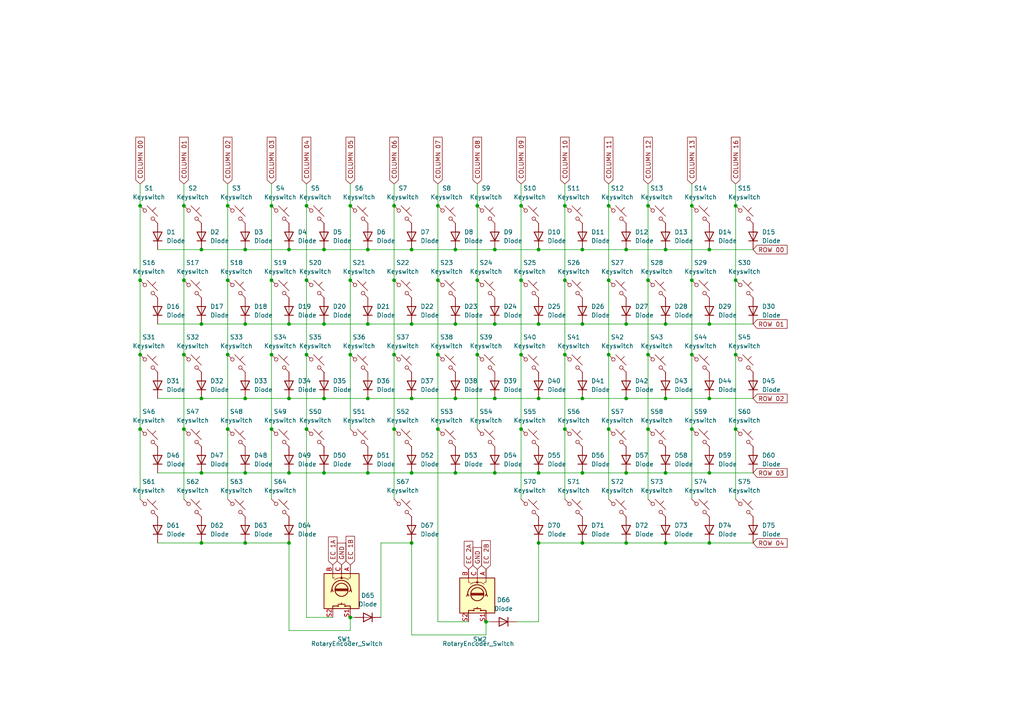
<source format=kicad_sch>
(kicad_sch (version 20230121) (generator eeschema)
  (paper "A4")
  (lib_symbols
    (symbol "Device:RotaryEncoder_Switch" (pin_names (offset 0.254) hide)
      (property "Reference" "SW" (at 0 6.604 0))
      (property "Value" "RotaryEncoder_Switch" (at 0 -6.604 0))
      (symbol "RotaryEncoder_Switch_1_1"
        (pin passive line (at -7.62 2.54 0) (length 2.54) (name "A") (number "A"))
        (pin passive line (at -7.62 -2.54 0) (length 2.54) (name "B") (number "B"))
        (pin passive line (at -7.62 0 0) (length 2.54) (name "C") (number "C"))
        (pin passive line (at 7.62 2.54 180) (length 2.54) (name "S1") (number "S1"))
        (pin passive line (at 7.62 -2.54 180) (length 2.54) (name "S2") (number "S2"))
      )
    )
    (symbol "ScottoKeebs:MCU_Raspberry_Pi_Pico"
      (property "Reference" "U" (at 0 0 0))
      (property "Value" "Raspberry_Pi_Pico" (at 0 27.94 0))
      (symbol "MCU_Raspberry_Pi_Pico_1_1"
        (pin bidirectional line (at -15.24 24.13 0) (length 2.54) (name "GPIO0") (number "1"))
        (pin bidirectional line (at -15.24 1.27 0) (length 2.54) (name "GPIO7") (number "10"))
        (pin bidirectional line (at -15.24 -1.27 0) (length 2.54) (name "GPIO8") (number "11"))
        (pin bidirectional line (at -15.24 -3.81 0) (length 2.54) (name "GPIO9") (number "12"))
        (pin power_in line (at -15.24 -6.35 0) (length 2.54) (name "GND") (number "13"))
        (pin bidirectional line (at -15.24 -8.89 0) (length 2.54) (name "GPIO10") (number "14"))
        (pin bidirectional line (at -15.24 -11.43 0) (length 2.54) (name "GPIO11") (number "15"))
        (pin bidirectional line (at -15.24 -13.97 0) (length 2.54) (name "GPIO12") (number "16"))
        (pin bidirectional line (at -15.24 -16.51 0) (length 2.54) (name "GPIO13") (number "17"))
        (pin power_in line (at -15.24 -19.05 0) (length 2.54) (name "GND") (number "18"))
        (pin bidirectional line (at -15.24 -21.59 0) (length 2.54) (name "GPIO14") (number "19"))
        (pin bidirectional line (at -15.24 21.59 0) (length 2.54) (name "GPIO1") (number "2"))
        (pin bidirectional line (at -15.24 -24.13 0) (length 2.54) (name "GPIO15") (number "20"))
        (pin bidirectional line (at 15.24 -24.13 180) (length 2.54) (name "GPIO16") (number "21"))
        (pin bidirectional line (at 15.24 -21.59 180) (length 2.54) (name "GPIO17") (number "22"))
        (pin power_in line (at 15.24 -19.05 180) (length 2.54) (name "GND") (number "23"))
        (pin bidirectional line (at 15.24 -16.51 180) (length 2.54) (name "GPIO18") (number "24"))
        (pin bidirectional line (at 15.24 -13.97 180) (length 2.54) (name "GPIO19") (number "25"))
        (pin bidirectional line (at 15.24 -11.43 180) (length 2.54) (name "GPIO20") (number "26"))
        (pin bidirectional line (at 15.24 -8.89 180) (length 2.54) (name "GPIO21") (number "27"))
        (pin power_in line (at 15.24 -6.35 180) (length 2.54) (name "GND") (number "28"))
        (pin bidirectional line (at 15.24 -3.81 180) (length 2.54) (name "GPIO22") (number "29"))
        (pin power_in line (at -15.24 19.05 0) (length 2.54) (name "GND") (number "3"))
        (pin input line (at 15.24 -1.27 180) (length 2.54) (name "RUN") (number "30"))
        (pin bidirectional line (at 15.24 1.27 180) (length 2.54) (name "GPIO26_ADC0") (number "31"))
        (pin bidirectional line (at 15.24 3.81 180) (length 2.54) (name "GPIO27_ADC1") (number "32"))
        (pin power_in line (at 15.24 6.35 180) (length 2.54) (name "AGND") (number "33"))
        (pin bidirectional line (at 15.24 8.89 180) (length 2.54) (name "GPIO28_ADC2") (number "34"))
        (pin power_in line (at 15.24 11.43 180) (length 2.54) (name "ADC_VREF") (number "35"))
        (pin power_in line (at 15.24 13.97 180) (length 2.54) (name "3V3") (number "36"))
        (pin input line (at 15.24 16.51 180) (length 2.54) (name "3V3_EN") (number "37"))
        (pin bidirectional line (at 15.24 19.05 180) (length 2.54) (name "GND") (number "38"))
        (pin power_in line (at 15.24 21.59 180) (length 2.54) (name "VSYS") (number "39"))
        (pin bidirectional line (at -15.24 16.51 0) (length 2.54) (name "GPIO2") (number "4"))
        (pin power_in line (at 15.24 24.13 180) (length 2.54) (name "VBUS") (number "40"))
        (pin input line (at -2.54 -29.21 90) (length 2.54) (name "SWCLK") (number "41"))
        (pin power_in line (at 0 -29.21 90) (length 2.54) (name "GND") (number "42"))
        (pin bidirectional line (at 2.54 -29.21 90) (length 2.54) (name "SWDIO") (number "43"))
        (pin bidirectional line (at -15.24 13.97 0) (length 2.54) (name "GPIO3") (number "5"))
        (pin bidirectional line (at -15.24 11.43 0) (length 2.54) (name "GPIO4") (number "6"))
        (pin bidirectional line (at -15.24 8.89 0) (length 2.54) (name "GPIO5") (number "7"))
        (pin power_in line (at -15.24 6.35 0) (length 2.54) (name "GND") (number "8"))
        (pin bidirectional line (at -15.24 3.81 0) (length 2.54) (name "GPIO6") (number "9"))
      )
    )
    (symbol "ScottoKeebs:OLED_128x32" (pin_names (offset 1.016))
      (property "Reference" "J" (at 0 -6.35 0))
      (property "Value" "OLED_128x32" (at 0 6.35 0))
      (symbol "OLED_128x32_1_1"
        (pin power_in line (at -2.54 -3.81 0) (length 2.54) (name "GND") (number "1"))
        (pin power_in line (at -2.54 -1.27 0) (length 2.54) (name "VCC") (number "2"))
        (pin input clock (at -2.54 1.27 0) (length 2.54) (name "SCL") (number "3"))
        (pin bidirectional line (at -2.54 3.81 0) (length 2.54) (name "SDA") (number "4"))
      )
    )
    (symbol "ScottoKeebs:Placeholder_Diode" (pin_numbers hide) (pin_names hide)
      (property "Reference" "D" (at 0 2.54 0))
      (property "Value" "Diode" (at 0 -2.54 0))
      (symbol "Placeholder_Diode_1_1"
        (pin passive line (at -3.81 0 0) (length 2.54) (name "K") (number "1"))
        (pin passive line (at 3.81 0 180) (length 2.54) (name "A") (number "2"))
      )
    )
    (symbol "ScottoKeebs:Placeholder_Keyswitch" (pin_numbers hide) (pin_names (offset 1.016) hide)
      (property "Reference" "S" (at 3.048 1.016 0))
      (property "Value" "Keyswitch" (at 0 -3.81 0))
      (symbol "Placeholder_Keyswitch_0_1"
        (pin passive line (at -2.54 2.54 0) (length 0) (name "1") (number "1"))
        (pin passive line (at 2.54 -2.54 180) (length 0) (name "2") (number "2"))
      )
    )
  )
  (junction (at 193.04 137.16))
  (junction (at 213.36 59.69))
  (junction (at 200.66 81.28))
  (junction (at 140.97 180.34))
  (junction (at 78.74 102.87))
  (junction (at 101.6 81.28))
  (junction (at 66.04 102.87))
  (junction (at 138.43 102.87))
  (junction (at 156.21 72.39))
  (junction (at 71.12 72.39))
  (junction (at 88.9 59.69))
  (junction (at 83.82 157.48))
  (junction (at 151.13 81.28))
  (junction (at 40.64 59.69))
  (junction (at 40.64 81.28))
  (junction (at 101.6 59.69))
  (junction (at 66.04 59.69))
  (junction (at 88.9 102.87))
  (junction (at 66.04 124.46))
  (junction (at 127 102.87))
  (junction (at 53.34 81.28))
  (junction (at 143.51 137.16))
  (junction (at 156.21 115.57))
  (junction (at 181.61 93.98))
  (junction (at 106.68 115.57))
  (junction (at 101.6 102.87))
  (junction (at 78.74 124.46))
  (junction (at 213.36 81.28))
  (junction (at 176.53 59.69))
  (junction (at 40.64 124.46))
  (junction (at 93.98 72.39))
  (junction (at 181.61 72.39))
  (junction (at 83.82 137.16))
  (junction (at 114.3 59.69))
  (junction (at 132.08 72.39))
  (junction (at 205.74 157.48))
  (junction (at 119.38 93.98))
  (junction (at 58.42 157.48))
  (junction (at 119.38 72.39))
  (junction (at 53.34 59.69))
  (junction (at 187.96 59.69))
  (junction (at 71.12 115.57))
  (junction (at 181.61 115.57))
  (junction (at 143.51 115.57))
  (junction (at 127 59.69))
  (junction (at 163.83 102.87))
  (junction (at 168.91 115.57))
  (junction (at 119.38 157.48))
  (junction (at 168.91 137.16))
  (junction (at 138.43 59.69))
  (junction (at 58.42 137.16))
  (junction (at 187.96 81.28))
  (junction (at 187.96 102.87))
  (junction (at 101.6 179.07))
  (junction (at 176.53 124.46))
  (junction (at 181.61 157.48))
  (junction (at 143.51 72.39))
  (junction (at 187.96 124.46))
  (junction (at 119.38 137.16))
  (junction (at 66.04 81.28))
  (junction (at 163.83 59.69))
  (junction (at 168.91 72.39))
  (junction (at 193.04 93.98))
  (junction (at 114.3 81.28))
  (junction (at 78.74 59.69))
  (junction (at 119.38 115.57))
  (junction (at 88.9 81.28))
  (junction (at 151.13 102.87))
  (junction (at 78.74 81.28))
  (junction (at 127 124.46))
  (junction (at 93.98 137.16))
  (junction (at 71.12 157.48))
  (junction (at 71.12 93.98))
  (junction (at 143.51 93.98))
  (junction (at 151.13 124.46))
  (junction (at 213.36 124.46))
  (junction (at 200.66 59.69))
  (junction (at 53.34 124.46))
  (junction (at 200.66 124.46))
  (junction (at 163.83 124.46))
  (junction (at 193.04 157.48))
  (junction (at 106.68 93.98))
  (junction (at 83.82 115.57))
  (junction (at 205.74 115.57))
  (junction (at 106.68 72.39))
  (junction (at 176.53 81.28))
  (junction (at 163.83 81.28))
  (junction (at 83.82 72.39))
  (junction (at 58.42 115.57))
  (junction (at 114.3 124.46))
  (junction (at 138.43 81.28))
  (junction (at 193.04 72.39))
  (junction (at 200.66 102.87))
  (junction (at 205.74 137.16))
  (junction (at 88.9 124.46))
  (junction (at 71.12 137.16))
  (junction (at 114.3 102.87))
  (junction (at 93.98 93.98))
  (junction (at 132.08 137.16))
  (junction (at 58.42 93.98))
  (junction (at 127 81.28))
  (junction (at 205.74 72.39))
  (junction (at 168.91 157.48))
  (junction (at 53.34 102.87))
  (junction (at 106.68 137.16))
  (junction (at 168.91 93.98))
  (junction (at 156.21 93.98))
  (junction (at 58.42 72.39))
  (junction (at 151.13 59.69))
  (junction (at 132.08 115.57))
  (junction (at 213.36 102.87))
  (junction (at 83.82 93.98))
  (junction (at 93.98 115.57))
  (junction (at 193.04 115.57))
  (junction (at 181.61 137.16))
  (junction (at 132.08 93.98))
  (junction (at 176.53 102.87))
  (junction (at 156.21 137.16))
  (junction (at 205.74 93.98))
  (junction (at 156.21 157.48))
  (junction (at 40.64 102.87))
  (wire (pts (xy 53.34 102.87) (xy 53.34 124.46)))
  (wire (pts (xy 53.34 53.34) (xy 53.34 59.69)))
  (wire (pts (xy 101.6 182.88) (xy 101.6 179.07)))
  (wire (pts (xy 110.49 157.48) (xy 119.38 157.48)))
  (wire (pts (xy 132.08 137.16) (xy 143.51 137.16)))
  (wire (pts (xy 66.04 102.87) (xy 66.04 124.46)))
  (wire (pts (xy 93.98 137.16) (xy 106.68 137.16)))
  (wire (pts (xy 200.66 53.34) (xy 200.66 59.69)))
  (wire (pts (xy 156.21 137.16) (xy 168.91 137.16)))
  (wire (pts (xy 83.82 157.48) (xy 83.82 182.88)))
  (wire (pts (xy 176.53 59.69) (xy 176.53 81.28)))
  (wire (pts (xy 45.72 93.98) (xy 58.42 93.98)))
  (wire (pts (xy 66.04 124.46) (xy 66.04 144.78)))
  (wire (pts (xy 101.6 81.28) (xy 101.6 102.87)))
  (wire (pts (xy 58.42 137.16) (xy 71.12 137.16)))
  (wire (pts (xy 127 102.87) (xy 127 124.46)))
  (wire (pts (xy 176.53 124.46) (xy 176.53 144.78)))
  (wire (pts (xy 83.82 182.88) (xy 101.6 182.88)))
  (wire (pts (xy 187.96 102.87) (xy 187.96 124.46)))
  (wire (pts (xy 193.04 115.57) (xy 205.74 115.57)))
  (wire (pts (xy 45.72 157.48) (xy 58.42 157.48)))
  (wire (pts (xy 58.42 72.39) (xy 71.12 72.39)))
  (wire (pts (xy 163.83 59.69) (xy 163.83 81.28)))
  (wire (pts (xy 114.3 59.69) (xy 114.3 81.28)))
  (wire (pts (xy 78.74 102.87) (xy 78.74 124.46)))
  (wire (pts (xy 93.98 115.57) (xy 106.68 115.57)))
  (wire (pts (xy 114.3 124.46) (xy 114.3 144.78)))
  (wire (pts (xy 40.64 53.34) (xy 40.64 59.69)))
  (wire (pts (xy 88.9 53.34) (xy 88.9 59.69)))
  (wire (pts (xy 156.21 157.48) (xy 168.91 157.48)))
  (wire (pts (xy 143.51 72.39) (xy 156.21 72.39)))
  (wire (pts (xy 181.61 137.16) (xy 193.04 137.16)))
  (wire (pts (xy 200.66 102.87) (xy 200.66 124.46)))
  (wire (pts (xy 93.98 72.39) (xy 106.68 72.39)))
  (wire (pts (xy 138.43 59.69) (xy 138.43 81.28)))
  (wire (pts (xy 71.12 137.16) (xy 83.82 137.16)))
  (wire (pts (xy 45.72 137.16) (xy 58.42 137.16)))
  (wire (pts (xy 101.6 102.87) (xy 101.6 124.46)))
  (wire (pts (xy 168.91 137.16) (xy 181.61 137.16)))
  (wire (pts (xy 106.68 115.57) (xy 119.38 115.57)))
  (wire (pts (xy 114.3 81.28) (xy 114.3 102.87)))
  (wire (pts (xy 119.38 93.98) (xy 132.08 93.98)))
  (wire (pts (xy 132.08 72.39) (xy 143.51 72.39)))
  (wire (pts (xy 83.82 93.98) (xy 93.98 93.98)))
  (wire (pts (xy 53.34 59.69) (xy 53.34 81.28)))
  (wire (pts (xy 163.83 124.46) (xy 163.83 144.78)))
  (wire (pts (xy 143.51 115.57) (xy 156.21 115.57)))
  (wire (pts (xy 200.66 124.46) (xy 200.66 144.78)))
  (wire (pts (xy 142.24 180.34) (xy 140.97 180.34)))
  (wire (pts (xy 138.43 81.28) (xy 138.43 102.87)))
  (wire (pts (xy 119.38 115.57) (xy 132.08 115.57)))
  (wire (pts (xy 119.38 137.16) (xy 132.08 137.16)))
  (wire (pts (xy 58.42 93.98) (xy 71.12 93.98)))
  (wire (pts (xy 101.6 53.34) (xy 101.6 59.69)))
  (wire (pts (xy 127 59.69) (xy 127 81.28)))
  (wire (pts (xy 88.9 179.07) (xy 88.9 124.46)))
  (wire (pts (xy 151.13 102.87) (xy 151.13 124.46)))
  (wire (pts (xy 200.66 59.69) (xy 200.66 81.28)))
  (wire (pts (xy 213.36 59.69) (xy 213.36 81.28)))
  (wire (pts (xy 205.74 137.16) (xy 218.44 137.16)))
  (wire (pts (xy 96.52 179.07) (xy 88.9 179.07)))
  (wire (pts (xy 135.89 180.34) (xy 127 180.34)))
  (wire (pts (xy 213.36 124.46) (xy 213.36 144.78)))
  (wire (pts (xy 119.38 72.39) (xy 132.08 72.39)))
  (wire (pts (xy 138.43 53.34) (xy 138.43 59.69)))
  (wire (pts (xy 181.61 157.48) (xy 193.04 157.48)))
  (wire (pts (xy 66.04 53.34) (xy 66.04 59.69)))
  (wire (pts (xy 205.74 93.98) (xy 218.44 93.98)))
  (wire (pts (xy 106.68 137.16) (xy 119.38 137.16)))
  (wire (pts (xy 143.51 137.16) (xy 156.21 137.16)))
  (wire (pts (xy 78.74 124.46) (xy 78.74 144.78)))
  (wire (pts (xy 187.96 59.69) (xy 187.96 81.28)))
  (wire (pts (xy 156.21 115.57) (xy 168.91 115.57)))
  (wire (pts (xy 213.36 81.28) (xy 213.36 102.87)))
  (wire (pts (xy 187.96 53.34) (xy 187.96 59.69)))
  (wire (pts (xy 163.83 81.28) (xy 163.83 102.87)))
  (wire (pts (xy 53.34 124.46) (xy 53.34 144.78)))
  (wire (pts (xy 143.51 93.98) (xy 156.21 93.98)))
  (wire (pts (xy 149.86 180.34) (xy 156.21 180.34)))
  (wire (pts (xy 71.12 115.57) (xy 83.82 115.57)))
  (wire (pts (xy 213.36 102.87) (xy 213.36 124.46)))
  (wire (pts (xy 83.82 72.39) (xy 93.98 72.39)))
  (wire (pts (xy 156.21 180.34) (xy 156.21 157.48)))
  (wire (pts (xy 119.38 157.48) (xy 119.38 184.15)))
  (wire (pts (xy 88.9 102.87) (xy 88.9 124.46)))
  (wire (pts (xy 127 53.34) (xy 127 59.69)))
  (wire (pts (xy 200.66 81.28) (xy 200.66 102.87)))
  (wire (pts (xy 193.04 72.39) (xy 205.74 72.39)))
  (wire (pts (xy 151.13 81.28) (xy 151.13 102.87)))
  (wire (pts (xy 176.53 53.34) (xy 176.53 59.69)))
  (wire (pts (xy 40.64 59.69) (xy 40.64 81.28)))
  (wire (pts (xy 176.53 81.28) (xy 176.53 102.87)))
  (wire (pts (xy 151.13 53.34) (xy 151.13 59.69)))
  (wire (pts (xy 205.74 72.39) (xy 218.44 72.39)))
  (wire (pts (xy 53.34 81.28) (xy 53.34 102.87)))
  (wire (pts (xy 58.42 157.48) (xy 71.12 157.48)))
  (wire (pts (xy 40.64 124.46) (xy 40.64 144.78)))
  (wire (pts (xy 156.21 93.98) (xy 168.91 93.98)))
  (wire (pts (xy 88.9 59.69) (xy 88.9 81.28)))
  (wire (pts (xy 193.04 137.16) (xy 205.74 137.16)))
  (wire (pts (xy 132.08 115.57) (xy 143.51 115.57)))
  (wire (pts (xy 127 180.34) (xy 127 124.46)))
  (wire (pts (xy 88.9 81.28) (xy 88.9 102.87)))
  (wire (pts (xy 110.49 179.07) (xy 110.49 157.48)))
  (wire (pts (xy 168.91 157.48) (xy 181.61 157.48)))
  (wire (pts (xy 71.12 157.48) (xy 83.82 157.48)))
  (wire (pts (xy 140.97 184.15) (xy 140.97 180.34)))
  (wire (pts (xy 187.96 81.28) (xy 187.96 102.87)))
  (wire (pts (xy 40.64 81.28) (xy 40.64 102.87)))
  (wire (pts (xy 114.3 53.34) (xy 114.3 59.69)))
  (wire (pts (xy 114.3 102.87) (xy 114.3 124.46)))
  (wire (pts (xy 181.61 115.57) (xy 193.04 115.57)))
  (wire (pts (xy 193.04 93.98) (xy 205.74 93.98)))
  (wire (pts (xy 168.91 115.57) (xy 181.61 115.57)))
  (wire (pts (xy 193.04 157.48) (xy 205.74 157.48)))
  (wire (pts (xy 168.91 72.39) (xy 181.61 72.39)))
  (wire (pts (xy 119.38 184.15) (xy 140.97 184.15)))
  (wire (pts (xy 205.74 115.57) (xy 218.44 115.57)))
  (wire (pts (xy 71.12 93.98) (xy 83.82 93.98)))
  (wire (pts (xy 205.74 157.48) (xy 218.44 157.48)))
  (wire (pts (xy 151.13 59.69) (xy 151.13 81.28)))
  (wire (pts (xy 187.96 124.46) (xy 187.96 144.78)))
  (wire (pts (xy 45.72 115.57) (xy 58.42 115.57)))
  (wire (pts (xy 106.68 93.98) (xy 119.38 93.98)))
  (wire (pts (xy 168.91 93.98) (xy 181.61 93.98)))
  (wire (pts (xy 102.87 179.07) (xy 101.6 179.07)))
  (wire (pts (xy 101.6 59.69) (xy 101.6 81.28)))
  (wire (pts (xy 156.21 72.39) (xy 168.91 72.39)))
  (wire (pts (xy 58.42 115.57) (xy 71.12 115.57)))
  (wire (pts (xy 45.72 72.39) (xy 58.42 72.39)))
  (wire (pts (xy 163.83 102.87) (xy 163.83 124.46)))
  (wire (pts (xy 176.53 102.87) (xy 176.53 124.46)))
  (wire (pts (xy 151.13 124.46) (xy 151.13 144.78)))
  (wire (pts (xy 83.82 115.57) (xy 93.98 115.57)))
  (wire (pts (xy 181.61 72.39) (xy 193.04 72.39)))
  (wire (pts (xy 78.74 81.28) (xy 78.74 102.87)))
  (wire (pts (xy 163.83 53.34) (xy 163.83 59.69)))
  (wire (pts (xy 132.08 93.98) (xy 143.51 93.98)))
  (wire (pts (xy 66.04 81.28) (xy 66.04 102.87)))
  (wire (pts (xy 213.36 53.34) (xy 213.36 59.69)))
  (wire (pts (xy 106.68 72.39) (xy 119.38 72.39)))
  (wire (pts (xy 78.74 59.69) (xy 78.74 81.28)))
  (wire (pts (xy 93.98 93.98) (xy 106.68 93.98)))
  (wire (pts (xy 66.04 59.69) (xy 66.04 81.28)))
  (wire (pts (xy 138.43 102.87) (xy 138.43 124.46)))
  (wire (pts (xy 78.74 53.34) (xy 78.74 59.69)))
  (wire (pts (xy 40.64 102.87) (xy 40.64 124.46)))
  (wire (pts (xy 181.61 93.98) (xy 193.04 93.98)))
  (wire (pts (xy 127 81.28) (xy 127 102.87)))
  (wire (pts (xy 71.12 72.39) (xy 83.82 72.39)))
  (wire (pts (xy 83.82 137.16) (xy 93.98 137.16)))
  (global_label "COLUMN 07" (shape input) (at 127 53.34 90) (property "Intersheetrefs" "${INTERSHEET_REFS}" (effects hide)))
  (global_label "COLUMN 16" (shape input) (at 388.62 125.73 0) (property "Intersheetrefs" "${INTERSHEET_REFS}" (effects hide)))
  (global_label "COLUMN 16" (shape input) (at 213.36 53.34 90) (property "Intersheetrefs" "${INTERSHEET_REFS}" (effects hide)))
  (global_label "ROW 02" (shape input) (at 388.62 107.95 0) (property "Intersheetrefs" "${INTERSHEET_REFS}" (effects hide)))
  (global_label "GND" (shape input) (at 358.14 90.17 180) (property "Intersheetrefs" "${INTERSHEET_REFS}" (effects hide)))
  (global_label "COLUMN 01" (shape input) (at 53.34 53.34 90) (property "Intersheetrefs" "${INTERSHEET_REFS}" (effects hide)))
  (global_label "COLUMN 08" (shape input) (at 358.14 123.19 180) (property "Intersheetrefs" "${INTERSHEET_REFS}" (effects hide)))
  (global_label "GND" (shape input) (at 358.14 59.69 180) (property "Intersheetrefs" "${INTERSHEET_REFS}" (effects hide)))
  (global_label "EC 2B" (shape input) (at 140.97 165.1 90) (property "Intersheetrefs" "${INTERSHEET_REFS}" (effects hide)))
  (global_label "COLUMN 02" (shape input) (at 66.04 53.34 90) (property "Intersheetrefs" "${INTERSHEET_REFS}" (effects hide)))
  (global_label "COLUMN 03" (shape input) (at 78.74 53.34 90) (property "Intersheetrefs" "${INTERSHEET_REFS}" (effects hide)))
  (global_label "COLUMN 06" (shape input) (at 114.3 53.34 90) (property "Intersheetrefs" "${INTERSHEET_REFS}" (effects hide)))
  (global_label "ROW 00" (shape input) (at 218.44 72.39 0) (property "Intersheetrefs" "${INTERSHEET_REFS}" (effects hide)))
  (global_label "COLUMN 00" (shape input) (at 40.64 53.34 90) (property "Intersheetrefs" "${INTERSHEET_REFS}" (effects hide)))
  (global_label "SDA" (shape input) (at 388.62 120.65 0) (property "Intersheetrefs" "${INTERSHEET_REFS}" (effects hide)))
  (global_label "COLUMN 05" (shape input) (at 358.14 113.03 180) (property "Intersheetrefs" "${INTERSHEET_REFS}" (effects hide)))
  (global_label "GND" (shape input) (at 138.43 165.1 90) (property "Intersheetrefs" "${INTERSHEET_REFS}" (effects hide)))
  (global_label "COLUMN 10" (shape input) (at 358.14 130.81 180) (property "Intersheetrefs" "${INTERSHEET_REFS}" (effects hide)))
  (global_label "ROW 01" (shape input) (at 388.62 113.03 0) (property "Intersheetrefs" "${INTERSHEET_REFS}" (effects hide)))
  (global_label "EC 2A" (shape input) (at 135.89 165.1 90) (property "Intersheetrefs" "${INTERSHEET_REFS}" (effects hide)))
  (global_label "EC 2B" (shape input) (at 358.14 95.25 180) (property "Intersheetrefs" "${INTERSHEET_REFS}" (effects hide)))
  (global_label "EC 1B" (shape input) (at 101.6 163.83 90) (property "Intersheetrefs" "${INTERSHEET_REFS}" (effects hide)))
  (global_label "COLUMN 11" (shape input) (at 176.53 53.34 90) (property "Intersheetrefs" "${INTERSHEET_REFS}" (effects hide)))
  (global_label "ROW 02" (shape input) (at 218.44 115.57 0) (property "Intersheetrefs" "${INTERSHEET_REFS}" (effects hide)))
  (global_label "COLUMN 10" (shape input) (at 163.83 53.34 90) (property "Intersheetrefs" "${INTERSHEET_REFS}" (effects hide)))
  (global_label "ROW 04" (shape input) (at 388.62 100.33 0) (property "Intersheetrefs" "${INTERSHEET_REFS}" (effects hide)))
  (global_label "COLUMN 06" (shape input) (at 358.14 118.11 180) (property "Intersheetrefs" "${INTERSHEET_REFS}" (effects hide)))
  (global_label "COLUMN 09" (shape input) (at 151.13 53.34 90) (property "Intersheetrefs" "${INTERSHEET_REFS}" (effects hide)))
  (global_label "ROW 03" (shape input) (at 218.44 137.16 0) (property "Intersheetrefs" "${INTERSHEET_REFS}" (effects hide)))
  (global_label "COLUMN 13" (shape input) (at 388.62 130.81 0) (property "Intersheetrefs" "${INTERSHEET_REFS}" (effects hide)))
  (global_label "COLUMN 05" (shape input) (at 101.6 53.34 90) (property "Intersheetrefs" "${INTERSHEET_REFS}" (effects hide)))
  (global_label "COLUMN 09" (shape input) (at 358.14 125.73 180) (property "Intersheetrefs" "${INTERSHEET_REFS}" (effects hide)))
  (global_label "COLUMN 01" (shape input) (at 358.14 100.33 180) (property "Intersheetrefs" "${INTERSHEET_REFS}" (effects hide)))
  (global_label "COLUMN 03" (shape input) (at 358.14 107.95 180) (property "Intersheetrefs" "${INTERSHEET_REFS}" (effects hide)))
  (global_label "COLUMN 11" (shape input) (at 358.14 133.35 180) (property "Intersheetrefs" "${INTERSHEET_REFS}" (effects hide)))
  (global_label "EC 2A" (shape input) (at 358.14 92.71 180) (property "Intersheetrefs" "${INTERSHEET_REFS}" (effects hide)))
  (global_label "SDA" (shape input) (at 358.14 52.07 180) (property "Intersheetrefs" "${INTERSHEET_REFS}" (effects hide)))
  (global_label "COLUMN 04" (shape input) (at 88.9 53.34 90) (property "Intersheetrefs" "${INTERSHEET_REFS}" (effects hide)))
  (global_label "COLUMN 12" (shape input) (at 388.62 133.35 0) (property "Intersheetrefs" "${INTERSHEET_REFS}" (effects hide)))
  (global_label "GND" (shape input) (at 99.06 163.83 90) (property "Intersheetrefs" "${INTERSHEET_REFS}" (effects hide)))
  (global_label "COLUMN 13" (shape input) (at 200.66 53.34 90) (property "Intersheetrefs" "${INTERSHEET_REFS}" (effects hide)))
  (global_label "COLUMN 02" (shape input) (at 358.14 105.41 180) (property "Intersheetrefs" "${INTERSHEET_REFS}" (effects hide)))
  (global_label "SCL" (shape input) (at 358.14 54.61 180) (property "Intersheetrefs" "${INTERSHEET_REFS}" (effects hide)))
  (global_label "VCC" (shape input) (at 358.14 57.15 180) (property "Intersheetrefs" "${INTERSHEET_REFS}" (effects hide)))
  (global_label "EC 1A" (shape input) (at 358.14 85.09 180) (property "Intersheetrefs" "${INTERSHEET_REFS}" (effects hide)))
  (global_label "ROW 03" (shape input) (at 388.62 105.41 0) (property "Intersheetrefs" "${INTERSHEET_REFS}" (effects hide)))
  (global_label "EC 1A" (shape input) (at 96.52 163.83 90) (property "Intersheetrefs" "${INTERSHEET_REFS}" (effects hide)))
  (global_label "COLUMN 00" (shape input) (at 358.14 97.79 180) (property "Intersheetrefs" "${INTERSHEET_REFS}" (effects hide)))
  (global_label "EC 1B" (shape input) (at 358.14 87.63 180) (property "Intersheetrefs" "${INTERSHEET_REFS}" (effects hide)))
  (global_label "COLUMN 04" (shape input) (at 358.14 110.49 180) (property "Intersheetrefs" "${INTERSHEET_REFS}" (effects hide)))
  (global_label "COLUMN 08" (shape input) (at 138.43 53.34 90) (property "Intersheetrefs" "${INTERSHEET_REFS}" (effects hide)))
  (global_label "ROW 04" (shape input) (at 218.44 157.48 0) (property "Intersheetrefs" "${INTERSHEET_REFS}" (effects hide)))
  (global_label "COLUMN 12" (shape input) (at 187.96 53.34 90) (property "Intersheetrefs" "${INTERSHEET_REFS}" (effects hide)))
  (global_label "ROW 00" (shape input) (at 388.62 123.19 0) (property "Intersheetrefs" "${INTERSHEET_REFS}" (effects hide)))
  (global_label "VCC" (shape input) (at 388.62 95.25 0) (property "Intersheetrefs" "${INTERSHEET_REFS}" (effects hide)))
  (global_label "SCL" (shape input) (at 388.62 118.11 0) (property "Intersheetrefs" "${INTERSHEET_REFS}" (effects hide)))
  (global_label "ROW 01" (shape input) (at 218.44 93.98 0) (property "Intersheetrefs" "${INTERSHEET_REFS}" (effects hide)))
  (global_label "COLUMN 07" (shape input) (at 358.14 120.65 180) (property "Intersheetrefs" "${INTERSHEET_REFS}" (effects hide)))
  (symbol (lib_id "ScottoKeebs:Placeholder_Diode") (at 71.12 111.76 90) (unit 1)
    (property "Reference" "D33" (at 73.66 110.49 90) (effects (justify right)))
    (property "Value" "Diode" (at 73.66 113.03 90) (effects (justify right)))
    (property "Footprint" "ScottoKeebs_Components:Diode_DO-35" (effects hide))
    (property "Sim.Device" "D" (effects hide))
    (property "Sim.Pins" "1=K 2=A" (effects hide))
  )
  (symbol (lib_id "ScottoKeebs:Placeholder_Keyswitch") (at 166.37 105.41 0) (unit 1)
    (property "Reference" "S41" (at 166.37 97.79 0))
    (property "Value" "Keyswitch" (at 166.37 100.33 0))
    (property "Footprint" "ScottoKeebs_Hotswap:Hotswap_MX_1.00u" (effects hide))
  )
  (symbol (lib_id "ScottoKeebs:Placeholder_Keyswitch") (at 43.18 127 0) (unit 1)
    (property "Reference" "S46" (at 43.18 119.38 0))
    (property "Value" "Keyswitch" (at 43.18 121.92 0))
    (property "Footprint" "ScottoKeebs_Hotswap:Hotswap_MX_1.00u" (effects hide))
  )
  (symbol (lib_id "ScottoKeebs:Placeholder_Diode") (at 119.38 133.35 90) (unit 1)
    (property "Reference" "D52" (at 121.92 132.08 90) (effects (justify right)))
    (property "Value" "Diode" (at 121.92 134.62 90) (effects (justify right)))
    (property "Footprint" "ScottoKeebs_Components:Diode_DO-35" (effects hide))
    (property "Sim.Device" "D" (effects hide))
    (property "Sim.Pins" "1=K 2=A" (effects hide))
  )
  (symbol (lib_id "ScottoKeebs:Placeholder_Keyswitch") (at 166.37 62.23 0) (unit 1)
    (property "Reference" "S11" (at 166.37 54.61 0))
    (property "Value" "Keyswitch" (at 166.37 57.15 0))
    (property "Footprint" "ScottoKeebs_Hotswap:Hotswap_MX_1.00u" (effects hide))
  )
  (symbol (lib_id "ScottoKeebs:Placeholder_Keyswitch") (at 140.97 105.41 0) (unit 1)
    (property "Reference" "S39" (at 140.97 97.79 0))
    (property "Value" "Keyswitch" (at 140.97 100.33 0))
    (property "Footprint" "ScottoKeebs_Hotswap:Hotswap_MX_1.00u" (effects hide))
  )
  (symbol (lib_id "ScottoKeebs:Placeholder_Keyswitch") (at 81.28 127 0) (unit 1)
    (property "Reference" "S49" (at 81.28 119.38 0))
    (property "Value" "Keyswitch" (at 81.28 121.92 0))
    (property "Footprint" "ScottoKeebs_Hotswap:Hotswap_MX_1.00u" (effects hide))
  )
  (symbol (lib_id "ScottoKeebs:Placeholder_Diode") (at 156.21 90.17 90) (unit 1)
    (property "Reference" "D25" (at 158.75 88.9 90) (effects (justify right)))
    (property "Value" "Diode" (at 158.75 91.44 90) (effects (justify right)))
    (property "Footprint" "ScottoKeebs_Components:Diode_DO-35" (effects hide))
    (property "Sim.Device" "D" (effects hide))
    (property "Sim.Pins" "1=K 2=A" (effects hide))
  )
  (symbol (lib_id "ScottoKeebs:Placeholder_Diode") (at 93.98 90.17 90) (unit 1)
    (property "Reference" "D20" (at 96.52 88.9 90) (effects (justify right)))
    (property "Value" "Diode" (at 96.52 91.44 90) (effects (justify right)))
    (property "Footprint" "ScottoKeebs_Components:Diode_DO-35" (effects hide))
    (property "Sim.Device" "D" (effects hide))
    (property "Sim.Pins" "1=K 2=A" (effects hide))
  )
  (symbol (lib_id "ScottoKeebs:OLED_128x32") (at 360.68 55.88 0) (unit 1)
    (property "Reference" "J1" (at 377.19 54.61 0) (effects (justify left)))
    (property "Value" "OLED_128x32" (at 377.19 57.15 0) (effects (justify left)))
    (property "Footprint" "ScottoKeebs_Components:OLED_128x32" (effects hide))
  )
  (symbol (lib_id "ScottoKeebs:Placeholder_Keyswitch") (at 215.9 62.23 0) (unit 1)
    (property "Reference" "S15" (at 215.9 54.61 0))
    (property "Value" "Keyswitch" (at 215.9 57.15 0))
    (property "Footprint" "ScottoKeebs_Hotswap:Hotswap_MX_1.00u" (effects hide))
  )
  (symbol (lib_id "ScottoKeebs:Placeholder_Keyswitch") (at 81.28 147.32 0) (unit 1)
    (property "Reference" "S64" (at 81.28 139.7 0))
    (property "Value" "Keyswitch" (at 81.28 142.24 0))
    (property "Footprint" "ScottoKeebs_Hotswap:Hotswap_MX_1.25u" (effects hide))
  )
  (symbol (lib_id "ScottoKeebs:Placeholder_Diode") (at 146.05 180.34 180) (unit 1)
    (property "Reference" "D66" (at 146.05 173.99 0))
    (property "Value" "Diode" (at 146.05 176.53 0))
    (property "Footprint" "ScottoKeebs_Components:Diode_DO-35" (effects hide))
    (property "Sim.Device" "D" (effects hide))
    (property "Sim.Pins" "1=K 2=A" (effects hide))
  )
  (symbol (lib_id "ScottoKeebs:Placeholder_Diode") (at 193.04 68.58 90) (unit 1)
    (property "Reference" "D13" (at 195.58 67.31 90) (effects (justify right)))
    (property "Value" "Diode" (at 195.58 69.85 90) (effects (justify right)))
    (property "Footprint" "ScottoKeebs_Components:Diode_DO-35" (effects hide))
    (property "Sim.Device" "D" (effects hide))
    (property "Sim.Pins" "1=K 2=A" (effects hide))
  )
  (symbol (lib_id "ScottoKeebs:Placeholder_Keyswitch") (at 153.67 83.82 0) (unit 1)
    (property "Reference" "S25" (at 153.67 76.2 0))
    (property "Value" "Keyswitch" (at 153.67 78.74 0))
    (property "Footprint" "ScottoKeebs_Hotswap:Hotswap_MX_1.00u" (effects hide))
  )
  (symbol (lib_id "ScottoKeebs:Placeholder_Keyswitch") (at 203.2 147.32 0) (unit 1)
    (property "Reference" "S74" (at 203.2 139.7 0))
    (property "Value" "Keyswitch" (at 203.2 142.24 0))
    (property "Footprint" "ScottoKeebs_Hotswap:Hotswap_MX_1.00u" (effects hide))
  )
  (symbol (lib_id "ScottoKeebs:Placeholder_Keyswitch") (at 68.58 147.32 0) (unit 1)
    (property "Reference" "S63" (at 68.58 139.7 0))
    (property "Value" "Keyswitch" (at 68.58 142.24 0))
    (property "Footprint" "ScottoKeebs_Hotswap:Hotswap_MX_1.25u" (effects hide))
  )
  (symbol (lib_id "ScottoKeebs:Placeholder_Keyswitch") (at 116.84 147.32 0) (unit 1)
    (property "Reference" "S67" (at 116.84 139.7 0))
    (property "Value" "Keyswitch" (at 116.84 142.24 0))
    (property "Footprint" "ScottoKeebs_Hotswap:Hotswap_MX_6.25u" (effects hide))
  )
  (symbol (lib_id "ScottoKeebs:Placeholder_Diode") (at 119.38 111.76 90) (unit 1)
    (property "Reference" "D37" (at 121.92 110.49 90) (effects (justify right)))
    (property "Value" "Diode" (at 121.92 113.03 90) (effects (justify right)))
    (property "Footprint" "ScottoKeebs_Components:Diode_DO-35" (effects hide))
    (property "Sim.Device" "D" (effects hide))
    (property "Sim.Pins" "1=K 2=A" (effects hide))
  )
  (symbol (lib_id "ScottoKeebs:Placeholder_Diode") (at 218.44 153.67 90) (unit 1)
    (property "Reference" "D75" (at 220.98 152.4 90) (effects (justify right)))
    (property "Value" "Diode" (at 220.98 154.94 90) (effects (justify right)))
    (property "Footprint" "ScottoKeebs_Components:Diode_DO-35" (effects hide))
    (property "Sim.Device" "D" (effects hide))
    (property "Sim.Pins" "1=K 2=A" (effects hide))
  )
  (symbol (lib_id "ScottoKeebs:Placeholder_Keyswitch") (at 129.54 105.41 0) (unit 1)
    (property "Reference" "S38" (at 129.54 97.79 0))
    (property "Value" "Keyswitch" (at 129.54 100.33 0))
    (property "Footprint" "ScottoKeebs_Hotswap:Hotswap_MX_1.00u" (effects hide))
  )
  (symbol (lib_id "ScottoKeebs:Placeholder_Diode") (at 168.91 111.76 90) (unit 1)
    (property "Reference" "D41" (at 171.45 110.49 90) (effects (justify right)))
    (property "Value" "Diode" (at 171.45 113.03 90) (effects (justify right)))
    (property "Footprint" "ScottoKeebs_Components:Diode_DO-35" (effects hide))
    (property "Sim.Device" "D" (effects hide))
    (property "Sim.Pins" "1=K 2=A" (effects hide))
  )
  (symbol (lib_id "ScottoKeebs:Placeholder_Keyswitch") (at 129.54 83.82 0) (unit 1)
    (property "Reference" "S23" (at 129.54 76.2 0))
    (property "Value" "Keyswitch" (at 129.54 78.74 0))
    (property "Footprint" "ScottoKeebs_Hotswap:Hotswap_MX_1.00u" (effects hide))
  )
  (symbol (lib_id "ScottoKeebs:Placeholder_Keyswitch") (at 104.14 83.82 0) (unit 1)
    (property "Reference" "S21" (at 104.14 76.2 0))
    (property "Value" "Keyswitch" (at 104.14 78.74 0))
    (property "Footprint" "ScottoKeebs_Hotswap:Hotswap_MX_1.00u" (effects hide))
  )
  (symbol (lib_id "ScottoKeebs:Placeholder_Keyswitch") (at 55.88 83.82 0) (unit 1)
    (property "Reference" "S17" (at 55.88 76.2 0))
    (property "Value" "Keyswitch" (at 55.88 78.74 0))
    (property "Footprint" "ScottoKeebs_Hotswap:Hotswap_MX_1.00u" (effects hide))
  )
  (symbol (lib_id "ScottoKeebs:Placeholder_Diode") (at 58.42 133.35 90) (unit 1)
    (property "Reference" "D47" (at 60.96 132.08 90) (effects (justify right)))
    (property "Value" "Diode" (at 60.96 134.62 90) (effects (justify right)))
    (property "Footprint" "ScottoKeebs_Components:Diode_DO-35" (effects hide))
    (property "Sim.Device" "D" (effects hide))
    (property "Sim.Pins" "1=K 2=A" (effects hide))
  )
  (symbol (lib_id "ScottoKeebs:Placeholder_Diode") (at 143.51 90.17 90) (unit 1)
    (property "Reference" "D24" (at 146.05 88.9 90) (effects (justify right)))
    (property "Value" "Diode" (at 146.05 91.44 90) (effects (justify right)))
    (property "Footprint" "ScottoKeebs_Components:Diode_DO-35" (effects hide))
    (property "Sim.Device" "D" (effects hide))
    (property "Sim.Pins" "1=K 2=A" (effects hide))
  )
  (symbol (lib_id "ScottoKeebs:Placeholder_Diode") (at 93.98 68.58 90) (unit 1)
    (property "Reference" "D5" (at 96.52 67.31 90) (effects (justify right)))
    (property "Value" "Diode" (at 96.52 69.85 90) (effects (justify right)))
    (property "Footprint" "ScottoKeebs_Components:Diode_DO-35" (effects hide))
    (property "Sim.Device" "D" (effects hide))
    (property "Sim.Pins" "1=K 2=A" (effects hide))
  )
  (symbol (lib_id "ScottoKeebs:Placeholder_Keyswitch") (at 81.28 105.41 0) (unit 1)
    (property "Reference" "S34" (at 81.28 97.79 0))
    (property "Value" "Keyswitch" (at 81.28 100.33 0))
    (property "Footprint" "ScottoKeebs_Hotswap:Hotswap_MX_1.00u" (effects hide))
  )
  (symbol (lib_id "ScottoKeebs:Placeholder_Keyswitch") (at 140.97 83.82 0) (unit 1)
    (property "Reference" "S24" (at 140.97 76.2 0))
    (property "Value" "Keyswitch" (at 140.97 78.74 0))
    (property "Footprint" "ScottoKeebs_Hotswap:Hotswap_MX_1.00u" (effects hide))
  )
  (symbol (lib_id "ScottoKeebs:MCU_Raspberry_Pi_Pico") (at 373.38 109.22 0) (unit 1)
    (property "Reference" "U1" (at 373.38 77.47 0))
    (property "Value" "Raspberry_Pi_Pico" (at 373.38 80.01 0))
    (property "Footprint" "ScottoKeebs_MCU:Raspberry_Pi_Pico" (effects hide))
  )
  (symbol (lib_id "ScottoKeebs:Placeholder_Diode") (at 106.68 68.58 90) (unit 1)
    (property "Reference" "D6" (at 109.22 67.31 90) (effects (justify right)))
    (property "Value" "Diode" (at 109.22 69.85 90) (effects (justify right)))
    (property "Footprint" "ScottoKeebs_Components:Diode_DO-35" (effects hide))
    (property "Sim.Device" "D" (effects hide))
    (property "Sim.Pins" "1=K 2=A" (effects hide))
  )
  (symbol (lib_id "ScottoKeebs:Placeholder_Keyswitch") (at 153.67 62.23 0) (unit 1)
    (property "Reference" "S10" (at 153.67 54.61 0))
    (property "Value" "Keyswitch" (at 153.67 57.15 0))
    (property "Footprint" "ScottoKeebs_Hotswap:Hotswap_MX_1.00u" (effects hide))
  )
  (symbol (lib_id "ScottoKeebs:Placeholder_Diode") (at 106.68 111.76 90) (unit 1)
    (property "Reference" "D36" (at 109.22 110.49 90) (effects (justify right)))
    (property "Value" "Diode" (at 109.22 113.03 90) (effects (justify right)))
    (property "Footprint" "ScottoKeebs_Components:Diode_DO-35" (effects hide))
    (property "Sim.Device" "D" (effects hide))
    (property "Sim.Pins" "1=K 2=A" (effects hide))
  )
  (symbol (lib_id "ScottoKeebs:Placeholder_Diode") (at 132.08 111.76 90) (unit 1)
    (property "Reference" "D38" (at 134.62 110.49 90) (effects (justify right)))
    (property "Value" "Diode" (at 134.62 113.03 90) (effects (justify right)))
    (property "Footprint" "ScottoKeebs_Components:Diode_DO-35" (effects hide))
    (property "Sim.Device" "D" (effects hide))
    (property "Sim.Pins" "1=K 2=A" (effects hide))
  )
  (symbol (lib_id "ScottoKeebs:Placeholder_Diode") (at 205.74 153.67 90) (unit 1)
    (property "Reference" "D74" (at 208.28 152.4 90) (effects (justify right)))
    (property "Value" "Diode" (at 208.28 154.94 90) (effects (justify right)))
    (property "Footprint" "ScottoKeebs_Components:Diode_DO-35" (effects hide))
    (property "Sim.Device" "D" (effects hide))
    (property "Sim.Pins" "1=K 2=A" (effects hide))
  )
  (symbol (lib_id "ScottoKeebs:Placeholder_Diode") (at 168.91 133.35 90) (unit 1)
    (property "Reference" "D56" (at 171.45 132.08 90) (effects (justify right)))
    (property "Value" "Diode" (at 171.45 134.62 90) (effects (justify right)))
    (property "Footprint" "ScottoKeebs_Components:Diode_DO-35" (effects hide))
    (property "Sim.Device" "D" (effects hide))
    (property "Sim.Pins" "1=K 2=A" (effects hide))
  )
  (symbol (lib_id "ScottoKeebs:Placeholder_Diode") (at 119.38 153.67 90) (unit 1)
    (property "Reference" "D67" (at 121.92 152.4 90) (effects (justify right)))
    (property "Value" "Diode" (at 121.92 154.94 90) (effects (justify right)))
    (property "Footprint" "ScottoKeebs_Components:Diode_DO-35" (effects hide))
    (property "Sim.Device" "D" (effects hide))
    (property "Sim.Pins" "1=K 2=A" (effects hide))
  )
  (symbol (lib_id "ScottoKeebs:Placeholder_Keyswitch") (at 153.67 105.41 0) (unit 1)
    (property "Reference" "S40" (at 153.67 97.79 0))
    (property "Value" "Keyswitch" (at 153.67 100.33 0))
    (property "Footprint" "ScottoKeebs_Hotswap:Hotswap_MX_1.00u" (effects hide))
  )
  (symbol (lib_id "ScottoKeebs:Placeholder_Diode") (at 106.68 90.17 90) (unit 1)
    (property "Reference" "D21" (at 109.22 88.9 90) (effects (justify right)))
    (property "Value" "Diode" (at 109.22 91.44 90) (effects (justify right)))
    (property "Footprint" "ScottoKeebs_Components:Diode_DO-35" (effects hide))
    (property "Sim.Device" "D" (effects hide))
    (property "Sim.Pins" "1=K 2=A" (effects hide))
  )
  (symbol (lib_id "ScottoKeebs:Placeholder_Diode") (at 168.91 153.67 90) (unit 1)
    (property "Reference" "D71" (at 171.45 152.4 90) (effects (justify right)))
    (property "Value" "Diode" (at 171.45 154.94 90) (effects (justify right)))
    (property "Footprint" "ScottoKeebs_Components:Diode_DO-35" (effects hide))
    (property "Sim.Device" "D" (effects hide))
    (property "Sim.Pins" "1=K 2=A" (effects hide))
  )
  (symbol (lib_id "ScottoKeebs:Placeholder_Keyswitch") (at 203.2 83.82 0) (unit 1)
    (property "Reference" "S29" (at 203.2 76.2 0))
    (property "Value" "Keyswitch" (at 203.2 78.74 0))
    (property "Footprint" "ScottoKeebs_Hotswap:Hotswap_MX_1.50u" (effects hide))
  )
  (symbol (lib_id "ScottoKeebs:Placeholder_Keyswitch") (at 129.54 62.23 0) (unit 1)
    (property "Reference" "S8" (at 129.54 54.61 0))
    (property "Value" "Keyswitch" (at 129.54 57.15 0))
    (property "Footprint" "ScottoKeebs_Hotswap:Hotswap_MX_1.00u" (effects hide))
  )
  (symbol (lib_id "ScottoKeebs:Placeholder_Diode") (at 205.74 111.76 90) (unit 1)
    (property "Reference" "D44" (at 208.28 110.49 90) (effects (justify right)))
    (property "Value" "Diode" (at 208.28 113.03 90) (effects (justify right)))
    (property "Footprint" "ScottoKeebs_Components:Diode_DO-35" (effects hide))
    (property "Sim.Device" "D" (effects hide))
    (property "Sim.Pins" "1=K 2=A" (effects hide))
  )
  (symbol (lib_id "ScottoKeebs:Placeholder_Diode") (at 143.51 133.35 90) (unit 1)
    (property "Reference" "D54" (at 146.05 132.08 90) (effects (justify right)))
    (property "Value" "Diode" (at 146.05 134.62 90) (effects (justify right)))
    (property "Footprint" "ScottoKeebs_Components:Diode_DO-35" (effects hide))
    (property "Sim.Device" "D" (effects hide))
    (property "Sim.Pins" "1=K 2=A" (effects hide))
  )
  (symbol (lib_id "ScottoKeebs:Placeholder_Diode") (at 168.91 68.58 90) (unit 1)
    (property "Reference" "D11" (at 171.45 67.31 90) (effects (justify right)))
    (property "Value" "Diode" (at 171.45 69.85 90) (effects (justify right)))
    (property "Footprint" "ScottoKeebs_Components:Diode_DO-35" (effects hide))
    (property "Sim.Device" "D" (effects hide))
    (property "Sim.Pins" "1=K 2=A" (effects hide))
  )
  (symbol (lib_id "ScottoKeebs:Placeholder_Diode") (at 45.72 68.58 90) (unit 1)
    (property "Reference" "D1" (at 48.26 67.31 90) (effects (justify right)))
    (property "Value" "Diode" (at 48.26 69.85 90) (effects (justify right)))
    (property "Footprint" "ScottoKeebs_Components:Diode_DO-35" (effects hide))
    (property "Sim.Device" "D" (effects hide))
    (property "Sim.Pins" "1=K 2=A" (effects hide))
  )
  (symbol (lib_id "ScottoKeebs:Placeholder_Keyswitch") (at 166.37 147.32 0) (unit 1)
    (property "Reference" "S71" (at 166.37 139.7 0))
    (property "Value" "Keyswitch" (at 166.37 142.24 0))
    (property "Footprint" "ScottoKeebs_Hotswap:Hotswap_MX_1.00u" (effects hide))
  )
  (symbol (lib_id "ScottoKeebs:Placeholder_Keyswitch") (at 91.44 83.82 0) (unit 1)
    (property "Reference" "S20" (at 91.44 76.2 0))
    (property "Value" "Keyswitch" (at 91.44 78.74 0))
    (property "Footprint" "ScottoKeebs_Hotswap:Hotswap_MX_1.00u" (effects hide))
  )
  (symbol (lib_id "ScottoKeebs:Placeholder_Keyswitch") (at 104.14 62.23 0) (unit 1)
    (property "Reference" "S6" (at 104.14 54.61 0))
    (property "Value" "Keyswitch" (at 104.14 57.15 0))
    (property "Footprint" "ScottoKeebs_Hotswap:Hotswap_MX_1.00u" (effects hide))
  )
  (symbol (lib_id "ScottoKeebs:Placeholder_Diode") (at 181.61 153.67 90) (unit 1)
    (property "Reference" "D72" (at 184.15 152.4 90) (effects (justify right)))
    (property "Value" "Diode" (at 184.15 154.94 90) (effects (justify right)))
    (property "Footprint" "ScottoKeebs_Components:Diode_DO-35" (effects hide))
    (property "Sim.Device" "D" (effects hide))
    (property "Sim.Pins" "1=K 2=A" (effects hide))
  )
  (symbol (lib_id "ScottoKeebs:Placeholder_Diode") (at 205.74 90.17 90) (unit 1)
    (property "Reference" "D29" (at 208.28 88.9 90) (effects (justify right)))
    (property "Value" "Diode" (at 208.28 91.44 90) (effects (justify right)))
    (property "Footprint" "ScottoKeebs_Components:Diode_DO-35" (effects hide))
    (property "Sim.Device" "D" (effects hide))
    (property "Sim.Pins" "1=K 2=A" (effects hide))
  )
  (symbol (lib_id "ScottoKeebs:Placeholder_Keyswitch") (at 68.58 83.82 0) (unit 1)
    (property "Reference" "S18" (at 68.58 76.2 0))
    (property "Value" "Keyswitch" (at 68.58 78.74 0))
    (property "Footprint" "ScottoKeebs_Hotswap:Hotswap_MX_1.00u" (effects hide))
  )
  (symbol (lib_id "ScottoKeebs:Placeholder_Diode") (at 205.74 133.35 90) (unit 1)
    (property "Reference" "D59" (at 208.28 132.08 90) (effects (justify right)))
    (property "Value" "Diode" (at 208.28 134.62 90) (effects (justify right)))
    (property "Footprint" "ScottoKeebs_Components:Diode_DO-35" (effects hide))
    (property "Sim.Device" "D" (effects hide))
    (property "Sim.Pins" "1=K 2=A" (effects hide))
  )
  (symbol (lib_id "ScottoKeebs:Placeholder_Diode") (at 181.61 133.35 90) (unit 1)
    (property "Reference" "D57" (at 184.15 132.08 90) (effects (justify right)))
    (property "Value" "Diode" (at 184.15 134.62 90) (effects (justify right)))
    (property "Footprint" "ScottoKeebs_Components:Diode_DO-35" (effects hide))
    (property "Sim.Device" "D" (effects hide))
    (property "Sim.Pins" "1=K 2=A" (effects hide))
  )
  (symbol (lib_id "ScottoKeebs:Placeholder_Keyswitch") (at 43.18 147.32 0) (unit 1)
    (property "Reference" "S61" (at 43.18 139.7 0))
    (property "Value" "Keyswitch" (at 43.18 142.24 0))
    (property "Footprint" "ScottoKeebs_Hotswap:Hotswap_MX_1.00u" (effects hide))
  )
  (symbol (lib_id "ScottoKeebs:Placeholder_Keyswitch") (at 166.37 83.82 0) (unit 1)
    (property "Reference" "S26" (at 166.37 76.2 0))
    (property "Value" "Keyswitch" (at 166.37 78.74 0))
    (property "Footprint" "ScottoKeebs_Hotswap:Hotswap_MX_1.00u" (effects hide))
  )
  (symbol (lib_id "ScottoKeebs:Placeholder_Keyswitch") (at 179.07 127 0) (unit 1)
    (property "Reference" "S57" (at 179.07 119.38 0))
    (property "Value" "Keyswitch" (at 179.07 121.92 0))
    (property "Footprint" "ScottoKeebs_Hotswap:Hotswap_MX_1.00u" (effects hide))
  )
  (symbol (lib_id "ScottoKeebs:Placeholder_Keyswitch") (at 190.5 105.41 0) (unit 1)
    (property "Reference" "S43" (at 190.5 97.79 0))
    (property "Value" "Keyswitch" (at 190.5 100.33 0))
    (property "Footprint" "ScottoKeebs_Hotswap:Hotswap_MX_1.00u" (effects hide))
  )
  (symbol (lib_id "ScottoKeebs:Placeholder_Keyswitch") (at 55.88 62.23 0) (unit 1)
    (property "Reference" "S2" (at 55.88 54.61 0))
    (property "Value" "Keyswitch" (at 55.88 57.15 0))
    (property "Footprint" "ScottoKeebs_Hotswap:Hotswap_MX_1.00u" (effects hide))
  )
  (symbol (lib_id "ScottoKeebs:Placeholder_Diode") (at 156.21 111.76 90) (unit 1)
    (property "Reference" "D40" (at 158.75 110.49 90) (effects (justify right)))
    (property "Value" "Diode" (at 158.75 113.03 90) (effects (justify right)))
    (property "Footprint" "ScottoKeebs_Components:Diode_DO-35" (effects hide))
    (property "Sim.Device" "D" (effects hide))
    (property "Sim.Pins" "1=K 2=A" (effects hide))
  )
  (symbol (lib_id "ScottoKeebs:Placeholder_Keyswitch") (at 190.5 83.82 0) (unit 1)
    (property "Reference" "S28" (at 190.5 76.2 0))
    (property "Value" "Keyswitch" (at 190.5 78.74 0))
    (property "Footprint" "ScottoKeebs_Hotswap:Hotswap_MX_1.00u" (effects hide))
  )
  (symbol (lib_id "ScottoKeebs:Placeholder_Diode") (at 45.72 153.67 90) (unit 1)
    (property "Reference" "D61" (at 48.26 152.4 90) (effects (justify right)))
    (property "Value" "Diode" (at 48.26 154.94 90) (effects (justify right)))
    (property "Footprint" "ScottoKeebs_Components:Diode_DO-35" (effects hide))
    (property "Sim.Device" "D" (effects hide))
    (property "Sim.Pins" "1=K 2=A" (effects hide))
  )
  (symbol (lib_id "ScottoKeebs:Placeholder_Diode") (at 83.82 111.76 90) (unit 1)
    (property "Reference" "D34" (at 86.36 110.49 90) (effects (justify right)))
    (property "Value" "Diode" (at 86.36 113.03 90) (effects (justify right)))
    (property "Footprint" "ScottoKeebs_Components:Diode_DO-35" (effects hide))
    (property "Sim.Device" "D" (effects hide))
    (property "Sim.Pins" "1=K 2=A" (effects hide))
  )
  (symbol (lib_id "ScottoKeebs:Placeholder_Diode") (at 71.12 153.67 90) (unit 1)
    (property "Reference" "D63" (at 73.66 152.4 90) (effects (justify right)))
    (property "Value" "Diode" (at 73.66 154.94 90) (effects (justify right)))
    (property "Footprint" "ScottoKeebs_Components:Diode_DO-35" (effects hide))
    (property "Sim.Device" "D" (effects hide))
    (property "Sim.Pins" "1=K 2=A" (effects hide))
  )
  (symbol (lib_id "ScottoKeebs:Placeholder_Keyswitch") (at 116.84 62.23 0) (unit 1)
    (property "Reference" "S7" (at 116.84 54.61 0))
    (property "Value" "Keyswitch" (at 116.84 57.15 0))
    (property "Footprint" "ScottoKeebs_Hotswap:Hotswap_MX_1.00u" (effects hide))
  )
  (symbol (lib_id "ScottoKeebs:Placeholder_Diode") (at 193.04 153.67 90) (unit 1)
    (property "Reference" "D73" (at 195.58 152.4 90) (effects (justify right)))
    (property "Value" "Diode" (at 195.58 154.94 90) (effects (justify right)))
    (property "Footprint" "ScottoKeebs_Components:Diode_DO-35" (effects hide))
    (property "Sim.Device" "D" (effects hide))
    (property "Sim.Pins" "1=K 2=A" (effects hide))
  )
  (symbol (lib_id "ScottoKeebs:Placeholder_Keyswitch") (at 43.18 62.23 0) (unit 1)
    (property "Reference" "S1" (at 43.18 54.61 0))
    (property "Value" "Keyswitch" (at 43.18 57.15 0))
    (property "Footprint" "ScottoKeebs_Hotswap:Hotswap_MX_1.00u" (effects hide))
  )
  (symbol (lib_id "ScottoKeebs:Placeholder_Keyswitch") (at 91.44 105.41 0) (unit 1)
    (property "Reference" "S35" (at 91.44 97.79 0))
    (property "Value" "Keyswitch" (at 91.44 100.33 0))
    (property "Footprint" "ScottoKeebs_Hotswap:Hotswap_MX_1.00u" (effects hide))
  )
  (symbol (lib_id "ScottoKeebs:Placeholder_Keyswitch") (at 215.9 147.32 0) (unit 1)
    (property "Reference" "S75" (at 215.9 139.7 0))
    (property "Value" "Keyswitch" (at 215.9 142.24 0))
    (property "Footprint" "ScottoKeebs_Hotswap:Hotswap_MX_1.00u" (effects hide))
  )
  (symbol (lib_id "ScottoKeebs:Placeholder_Diode") (at 168.91 90.17 90) (unit 1)
    (property "Reference" "D26" (at 171.45 88.9 90) (effects (justify right)))
    (property "Value" "Diode" (at 171.45 91.44 90) (effects (justify right)))
    (property "Footprint" "ScottoKeebs_Components:Diode_DO-35" (effects hide))
    (property "Sim.Device" "D" (effects hide))
    (property "Sim.Pins" "1=K 2=A" (effects hide))
  )
  (symbol (lib_id "ScottoKeebs:Placeholder_Keyswitch") (at 140.97 127 0) (unit 1)
    (property "Reference" "S54" (at 140.97 119.38 0))
    (property "Value" "Keyswitch" (at 140.97 121.92 0))
    (property "Footprint" "ScottoKeebs_Hotswap:Hotswap_MX_1.00u" (effects hide))
  )
  (symbol (lib_id "ScottoKeebs:Placeholder_Diode") (at 45.72 90.17 90) (unit 1)
    (property "Reference" "D16" (at 48.26 88.9 90) (effects (justify right)))
    (property "Value" "Diode" (at 48.26 91.44 90) (effects (justify right)))
    (property "Footprint" "ScottoKeebs_Components:Diode_DO-35" (effects hide))
    (property "Sim.Device" "D" (effects hide))
    (property "Sim.Pins" "1=K 2=A" (effects hide))
  )
  (symbol (lib_id "ScottoKeebs:Placeholder_Diode") (at 58.42 90.17 90) (unit 1)
    (property "Reference" "D17" (at 60.96 88.9 90) (effects (justify right)))
    (property "Value" "Diode" (at 60.96 91.44 90) (effects (justify right)))
    (property "Footprint" "ScottoKeebs_Components:Diode_DO-35" (effects hide))
    (property "Sim.Device" "D" (effects hide))
    (property "Sim.Pins" "1=K 2=A" (effects hide))
  )
  (symbol (lib_id "ScottoKeebs:Placeholder_Keyswitch") (at 140.97 62.23 0) (unit 1)
    (property "Reference" "S9" (at 140.97 54.61 0))
    (property "Value" "Keyswitch" (at 140.97 57.15 0))
    (property "Footprint" "ScottoKeebs_Hotswap:Hotswap_MX_1.00u" (effects hide))
  )
  (symbol (lib_id "ScottoKeebs:Placeholder_Diode") (at 83.82 133.35 90) (unit 1)
    (property "Reference" "D49" (at 86.36 132.08 90) (effects (justify right)))
    (property "Value" "Diode" (at 86.36 134.62 90) (effects (justify right)))
    (property "Footprint" "ScottoKeebs_Components:Diode_DO-35" (effects hide))
    (property "Sim.Device" "D" (effects hide))
    (property "Sim.Pins" "1=K 2=A" (effects hide))
  )
  (symbol (lib_id "ScottoKeebs:Placeholder_Keyswitch") (at 179.07 62.23 0) (unit 1)
    (property "Reference" "S12" (at 179.07 54.61 0))
    (property "Value" "Keyswitch" (at 179.07 57.15 0))
    (property "Footprint" "ScottoKeebs_Hotswap:Hotswap_MX_1.00u" (effects hide))
  )
  (symbol (lib_id "ScottoKeebs:Placeholder_Keyswitch") (at 203.2 105.41 0) (unit 1)
    (property "Reference" "S44" (at 203.2 97.79 0))
    (property "Value" "Keyswitch" (at 203.2 100.33 0))
    (property "Footprint" "ScottoKeebs_Hotswap:Hotswap_MX_2.25u" (effects hide))
  )
  (symbol (lib_id "ScottoKeebs:Placeholder_Keyswitch") (at 68.58 105.41 0) (unit 1)
    (property "Reference" "S33" (at 68.58 97.79 0))
    (property "Value" "Keyswitch" (at 68.58 100.33 0))
    (property "Footprint" "ScottoKeebs_Hotswap:Hotswap_MX_1.00u" (effects hide))
  )
  (symbol (lib_id "ScottoKeebs:Placeholder_Keyswitch") (at 190.5 147.32 0) (unit 1)
    (property "Reference" "S73" (at 190.5 139.7 0))
    (property "Value" "Keyswitch" (at 190.5 142.24 0))
    (property "Footprint" "ScottoKeebs_Hotswap:Hotswap_MX_1.00u" (effects hide))
  )
  (symbol (lib_id "ScottoKeebs:Placeholder_Diode") (at 156.21 133.35 90) (unit 1)
    (property "Reference" "D55" (at 158.75 132.08 90) (effects (justify right)))
    (property "Value" "Diode" (at 158.75 134.62 90) (effects (justify right)))
    (property "Footprint" "ScottoKeebs_Components:Diode_DO-35" (effects hide))
    (property "Sim.Device" "D" (effects hide))
    (property "Sim.Pins" "1=K 2=A" (effects hide))
  )
  (symbol (lib_id "Device:RotaryEncoder_Switch") (at 138.43 172.72 270) (unit 1)
    (property "Reference" "SW2" (at 137.16 185.42 90) (effects (justify left)))
    (property "Value" "RotaryEncoder_Switch" (at 128.27 186.69 90) (effects (justify left)))
    (property "Footprint" "Rotary_Encoder:RotaryEncoder_Alps_EC11E-Switch_Vertical_H20mm" (effects hide))
  )
  (symbol (lib_id "ScottoKeebs:Placeholder_Diode") (at 58.42 111.76 90) (unit 1)
    (property "Reference" "D32" (at 60.96 110.49 90) (effects (justify right)))
    (property "Value" "Diode" (at 60.96 113.03 90) (effects (justify right)))
    (property "Footprint" "ScottoKeebs_Components:Diode_DO-35" (effects hide))
    (property "Sim.Device" "D" (effects hide))
    (property "Sim.Pins" "1=K 2=A" (effects hide))
  )
  (symbol (lib_id "ScottoKeebs:Placeholder_Keyswitch") (at 68.58 62.23 0) (unit 1)
    (property "Reference" "S3" (at 68.58 54.61 0))
    (property "Value" "Keyswitch" (at 68.58 57.15 0))
    (property "Footprint" "ScottoKeebs_Hotswap:Hotswap_MX_1.00u" (effects hide))
  )
  (symbol (lib_id "ScottoKeebs:Placeholder_Diode") (at 71.12 90.17 90) (unit 1)
    (property "Reference" "D18" (at 73.66 88.9 90) (effects (justify right)))
    (property "Value" "Diode" (at 73.66 91.44 90) (effects (justify right)))
    (property "Footprint" "ScottoKeebs_Components:Diode_DO-35" (effects hide))
    (property "Sim.Device" "D" (effects hide))
    (property "Sim.Pins" "1=K 2=A" (effects hide))
  )
  (symbol (lib_id "ScottoKeebs:Placeholder_Diode") (at 143.51 68.58 90) (unit 1)
    (property "Reference" "D9" (at 146.05 67.31 90) (effects (justify right)))
    (property "Value" "Diode" (at 146.05 69.85 90) (effects (justify right)))
    (property "Footprint" "ScottoKeebs_Components:Diode_DO-35" (effects hide))
    (property "Sim.Device" "D" (effects hide))
    (property "Sim.Pins" "1=K 2=A" (effects hide))
  )
  (symbol (lib_id "ScottoKeebs:Placeholder_Diode") (at 58.42 153.67 90) (unit 1)
    (property "Reference" "D62" (at 60.96 152.4 90) (effects (justify right)))
    (property "Value" "Diode" (at 60.96 154.94 90) (effects (justify right)))
    (property "Footprint" "ScottoKeebs_Components:Diode_DO-35" (effects hide))
    (property "Sim.Device" "D" (effects hide))
    (property "Sim.Pins" "1=K 2=A" (effects hide))
  )
  (symbol (lib_id "ScottoKeebs:Placeholder_Diode") (at 45.72 133.35 90) (unit 1)
    (property "Reference" "D46" (at 48.26 132.08 90) (effects (justify right)))
    (property "Value" "Diode" (at 48.26 134.62 90) (effects (justify right)))
    (property "Footprint" "ScottoKeebs_Components:Diode_DO-35" (effects hide))
    (property "Sim.Device" "D" (effects hide))
    (property "Sim.Pins" "1=K 2=A" (effects hide))
  )
  (symbol (lib_id "ScottoKeebs:Placeholder_Keyswitch") (at 104.14 127 0) (unit 1)
    (property "Reference" "S51" (at 104.14 119.38 0))
    (property "Value" "Keyswitch" (at 104.14 121.92 0))
    (property "Footprint" "ScottoKeebs_Hotswap:Hotswap_MX_1.00u" (effects hide))
  )
  (symbol (lib_id "ScottoKeebs:Placeholder_Keyswitch") (at 153.67 147.32 0) (unit 1)
    (property "Reference" "S70" (at 153.67 139.7 0))
    (property "Value" "Keyswitch" (at 153.67 142.24 0))
    (property "Footprint" "ScottoKeebs_Hotswap:Hotswap_MX_1.00u" (effects hide))
  )
  (symbol (lib_id "ScottoKeebs:Placeholder_Keyswitch") (at 91.44 127 0) (unit 1)
    (property "Reference" "S50" (at 91.44 119.38 0))
    (property "Value" "Keyswitch" (at 91.44 121.92 0))
    (property "Footprint" "ScottoKeebs_Hotswap:Hotswap_MX_1.00u" (effects hide))
  )
  (symbol (lib_id "ScottoKeebs:Placeholder_Diode") (at 83.82 68.58 90) (unit 1)
    (property "Reference" "D4" (at 86.36 67.31 90) (effects (justify right)))
    (property "Value" "Diode" (at 86.36 69.85 90) (effects (justify right)))
    (property "Footprint" "ScottoKeebs_Components:Diode_DO-35" (effects hide))
    (property "Sim.Device" "D" (effects hide))
    (property "Sim.Pins" "1=K 2=A" (effects hide))
  )
  (symbol (lib_id "ScottoKeebs:Placeholder_Keyswitch") (at 43.18 105.41 0) (unit 1)
    (property "Reference" "S31" (at 43.18 97.79 0))
    (property "Value" "Keyswitch" (at 43.18 100.33 0))
    (property "Footprint" "ScottoKeebs_Hotswap:Hotswap_MX_1.00u" (effects hide))
  )
  (symbol (lib_id "ScottoKeebs:Placeholder_Keyswitch") (at 190.5 62.23 0) (unit 1)
    (property "Reference" "S13" (at 190.5 54.61 0))
    (property "Value" "Keyswitch" (at 190.5 57.15 0))
    (property "Footprint" "ScottoKeebs_Hotswap:Hotswap_MX_1.00u" (effects hide))
  )
  (symbol (lib_id "ScottoKeebs:Placeholder_Diode") (at 93.98 133.35 90) (unit 1)
    (property "Reference" "D50" (at 96.52 132.08 90) (effects (justify right)))
    (property "Value" "Diode" (at 96.52 134.62 90) (effects (justify right)))
    (property "Footprint" "ScottoKeebs_Components:Diode_DO-35" (effects hide))
    (property "Sim.Device" "D" (effects hide))
    (property "Sim.Pins" "1=K 2=A" (effects hide))
  )
  (symbol (lib_id "ScottoKeebs:Placeholder_Diode") (at 119.38 68.58 90) (unit 1)
    (property "Reference" "D7" (at 121.92 67.31 90) (effects (justify right)))
    (property "Value" "Diode" (at 121.92 69.85 90) (effects (justify right)))
    (property "Footprint" "ScottoKeebs_Components:Diode_DO-35" (effects hide))
    (property "Sim.Device" "D" (effects hide))
    (property "Sim.Pins" "1=K 2=A" (effects hide))
  )
  (symbol (lib_id "ScottoKeebs:Placeholder_Diode") (at 193.04 133.35 90) (unit 1)
    (property "Reference" "D58" (at 195.58 132.08 90) (effects (justify right)))
    (property "Value" "Diode" (at 195.58 134.62 90) (effects (justify right)))
    (property "Footprint" "ScottoKeebs_Components:Diode_DO-35" (effects hide))
    (property "Sim.Device" "D" (effects hide))
    (property "Sim.Pins" "1=K 2=A" (effects hide))
  )
  (symbol (lib_id "ScottoKeebs:Placeholder_Keyswitch") (at 68.58 127 0) (unit 1)
    (property "Reference" "S48" (at 68.58 119.38 0))
    (property "Value" "Keyswitch" (at 68.58 121.92 0))
    (property "Footprint" "ScottoKeebs_Hotswap:Hotswap_MX_1.00u" (effects hide))
  )
  (symbol (lib_id "ScottoKeebs:Placeholder_Keyswitch") (at 81.28 62.23 0) (unit 1)
    (property "Reference" "S4" (at 81.28 54.61 0))
    (property "Value" "Keyswitch" (at 81.28 57.15 0))
    (property "Footprint" "ScottoKeebs_Hotswap:Hotswap_MX_1.00u" (effects hide))
  )
  (symbol (lib_id "ScottoKeebs:Placeholder_Diode") (at 181.61 111.76 90) (unit 1)
    (property "Reference" "D42" (at 184.15 110.49 90) (effects (justify right)))
    (property "Value" "Diode" (at 184.15 113.03 90) (effects (justify right)))
    (property "Footprint" "ScottoKeebs_Components:Diode_DO-35" (effects hide))
    (property "Sim.Device" "D" (effects hide))
    (property "Sim.Pins" "1=K 2=A" (effects hide))
  )
  (symbol (lib_id "ScottoKeebs:Placeholder_Keyswitch") (at 166.37 127 0) (unit 1)
    (property "Reference" "S56" (at 166.37 119.38 0))
    (property "Value" "Keyswitch" (at 166.37 121.92 0))
    (property "Footprint" "ScottoKeebs_Hotswap:Hotswap_MX_1.00u" (effects hide))
  )
  (symbol (lib_id "ScottoKeebs:Placeholder_Diode") (at 218.44 133.35 90) (unit 1)
    (property "Reference" "D60" (at 220.98 132.08 90) (effects (justify right)))
    (property "Value" "Diode" (at 220.98 134.62 90) (effects (justify right)))
    (property "Footprint" "ScottoKeebs_Components:Diode_DO-35" (effects hide))
    (property "Sim.Device" "D" (effects hide))
    (property "Sim.Pins" "1=K 2=A" (effects hide))
  )
  (symbol (lib_id "ScottoKeebs:Placeholder_Diode") (at 71.12 68.58 90) (unit 1)
    (property "Reference" "D3" (at 73.66 67.31 90) (effects (justify right)))
    (property "Value" "Diode" (at 73.66 69.85 90) (effects (justify right)))
    (property "Footprint" "ScottoKeebs_Components:Diode_DO-35" (effects hide))
    (property "Sim.Device" "D" (effects hide))
    (property "Sim.Pins" "1=K 2=A" (effects hide))
  )
  (symbol (lib_id "ScottoKeebs:Placeholder_Keyswitch") (at 215.9 83.82 0) (unit 1)
    (property "Reference" "S30" (at 215.9 76.2 0))
    (property "Value" "Keyswitch" (at 215.9 78.74 0))
    (property "Footprint" "ScottoKeebs_Hotswap:Hotswap_MX_1.00u" (effects hide))
  )
  (symbol (lib_id "ScottoKeebs:Placeholder_Diode") (at 71.12 133.35 90) (unit 1)
    (property "Reference" "D48" (at 73.66 132.08 90) (effects (justify right)))
    (property "Value" "Diode" (at 73.66 134.62 90) (effects (justify right)))
    (property "Footprint" "ScottoKeebs_Components:Diode_DO-35" (effects hide))
    (property "Sim.Device" "D" (effects hide))
    (property "Sim.Pins" "1=K 2=A" (effects hide))
  )
  (symbol (lib_id "ScottoKeebs:Placeholder_Diode") (at 132.08 133.35 90) (unit 1)
    (property "Reference" "D53" (at 134.62 132.08 90) (effects (justify right)))
    (property "Value" "Diode" (at 134.62 134.62 90) (effects (justify right)))
    (property "Footprint" "ScottoKeebs_Components:Diode_DO-35" (effects hide))
    (property "Sim.Device" "D" (effects hide))
    (property "Sim.Pins" "1=K 2=A" (effects hide))
  )
  (symbol (lib_id "ScottoKeebs:Placeholder_Diode") (at 193.04 90.17 90) (unit 1)
    (property "Reference" "D28" (at 195.58 88.9 90) (effects (justify right)))
    (property "Value" "Diode" (at 195.58 91.44 90) (effects (justify right)))
    (property "Footprint" "ScottoKeebs_Components:Diode_DO-35" (effects hide))
    (property "Sim.Device" "D" (effects hide))
    (property "Sim.Pins" "1=K 2=A" (effects hide))
  )
  (symbol (lib_id "Device:RotaryEncoder_Switch") (at 99.06 171.45 270) (unit 1)
    (property "Reference" "SW1" (at 97.79 185.42 90) (effects (justify left)))
    (property "Value" "RotaryEncoder_Switch" (at 90.17 186.69 90) (effects (justify left)))
    (property "Footprint" "Rotary_Encoder:RotaryEncoder_Alps_EC11E-Switch_Vertical_H20mm" (effects hide))
  )
  (symbol (lib_id "ScottoKeebs:Placeholder_Keyswitch") (at 179.07 105.41 0) (unit 1)
    (property "Reference" "S42" (at 179.07 97.79 0))
    (property "Value" "Keyswitch" (at 179.07 100.33 0))
    (property "Footprint" "ScottoKeebs_Hotswap:Hotswap_MX_1.00u" (effects hide))
  )
  (symbol (lib_id "ScottoKeebs:Placeholder_Diode") (at 193.04 111.76 90) (unit 1)
    (property "Reference" "D43" (at 195.58 110.49 90) (effects (justify right)))
    (property "Value" "Diode" (at 195.58 113.03 90) (effects (justify right)))
    (property "Footprint" "ScottoKeebs_Components:Diode_DO-35" (effects hide))
    (property "Sim.Device" "D" (effects hide))
    (property "Sim.Pins" "1=K 2=A" (effects hide))
  )
  (symbol (lib_id "ScottoKeebs:Placeholder_Keyswitch") (at 81.28 83.82 0) (unit 1)
    (property "Reference" "S19" (at 81.28 76.2 0))
    (property "Value" "Keyswitch" (at 81.28 78.74 0))
    (property "Footprint" "ScottoKeebs_Hotswap:Hotswap_MX_1.00u" (effects hide))
  )
  (symbol (lib_id "ScottoKeebs:Placeholder_Keyswitch") (at 215.9 105.41 0) (unit 1)
    (property "Reference" "S45" (at 215.9 97.79 0))
    (property "Value" "Keyswitch" (at 215.9 100.33 0))
    (property "Footprint" "ScottoKeebs_Hotswap:Hotswap_MX_1.00u" (effects hide))
  )
  (symbol (lib_id "ScottoKeebs:Placeholder_Keyswitch") (at 55.88 147.32 0) (unit 1)
    (property "Reference" "S62" (at 55.88 139.7 0))
    (property "Value" "Keyswitch" (at 55.88 142.24 0))
    (property "Footprint" "ScottoKeebs_Hotswap:Hotswap_MX_1.25u" (effects hide))
  )
  (symbol (lib_id "ScottoKeebs:Placeholder_Keyswitch") (at 91.44 62.23 0) (unit 1)
    (property "Reference" "S5" (at 91.44 54.61 0))
    (property "Value" "Keyswitch" (at 91.44 57.15 0))
    (property "Footprint" "ScottoKeebs_Hotswap:Hotswap_MX_1.00u" (effects hide))
  )
  (symbol (lib_id "ScottoKeebs:Placeholder_Diode") (at 218.44 111.76 90) (unit 1)
    (property "Reference" "D45" (at 220.98 110.49 90) (effects (justify right)))
    (property "Value" "Diode" (at 220.98 113.03 90) (effects (justify right)))
    (property "Footprint" "ScottoKeebs_Components:Diode_DO-35" (effects hide))
    (property "Sim.Device" "D" (effects hide))
    (property "Sim.Pins" "1=K 2=A" (effects hide))
  )
  (symbol (lib_id "ScottoKeebs:Placeholder_Diode") (at 119.38 90.17 90) (unit 1)
    (property "Reference" "D22" (at 121.92 88.9 90) (effects (justify right)))
    (property "Value" "Diode" (at 121.92 91.44 90) (effects (justify right)))
    (property "Footprint" "ScottoKeebs_Components:Diode_DO-35" (effects hide))
    (property "Sim.Device" "D" (effects hide))
    (property "Sim.Pins" "1=K 2=A" (effects hide))
  )
  (symbol (lib_id "ScottoKeebs:Placeholder_Keyswitch") (at 129.54 127 0) (unit 1)
    (property "Reference" "S53" (at 129.54 119.38 0))
    (property "Value" "Keyswitch" (at 129.54 121.92 0))
    (property "Footprint" "ScottoKeebs_Hotswap:Hotswap_MX_1.00u" (effects hide))
  )
  (symbol (lib_id "ScottoKeebs:Placeholder_Diode") (at 132.08 90.17 90) (unit 1)
    (property "Reference" "D23" (at 134.62 88.9 90) (effects (justify right)))
    (property "Value" "Diode" (at 134.62 91.44 90) (effects (justify right)))
    (property "Footprint" "ScottoKeebs_Components:Diode_DO-35" (effects hide))
    (property "Sim.Device" "D" (effects hide))
    (property "Sim.Pins" "1=K 2=A" (effects hide))
  )
  (symbol (lib_id "ScottoKeebs:Placeholder_Diode") (at 143.51 111.76 90) (unit 1)
    (property "Reference" "D39" (at 146.05 110.49 90) (effects (justify right)))
    (property "Value" "Diode" (at 146.05 113.03 90) (effects (justify right)))
    (property "Footprint" "ScottoKeebs_Components:Diode_DO-35" (effects hide))
    (property "Sim.Device" "D" (effects hide))
    (property "Sim.Pins" "1=K 2=A" (effects hide))
  )
  (symbol (lib_id "ScottoKeebs:Placeholder_Keyswitch") (at 43.18 83.82 0) (unit 1)
    (property "Reference" "S16" (at 43.18 76.2 0))
    (property "Value" "Keyswitch" (at 43.18 78.74 0))
    (property "Footprint" "ScottoKeebs_Hotswap:Hotswap_MX_1.50u" (effects hide))
  )
  (symbol (lib_id "ScottoKeebs:Placeholder_Keyswitch") (at 116.84 127 0) (unit 1)
    (property "Reference" "S52" (at 116.84 119.38 0))
    (property "Value" "Keyswitch" (at 116.84 121.92 0))
    (property "Footprint" "ScottoKeebs_Hotswap:Hotswap_MX_1.00u" (effects hide))
  )
  (symbol (lib_id "ScottoKeebs:Placeholder_Diode") (at 58.42 68.58 90) (unit 1)
    (property "Reference" "D2" (at 60.96 67.31 90) (effects (justify right)))
    (property "Value" "Diode" (at 60.96 69.85 90) (effects (justify right)))
    (property "Footprint" "ScottoKeebs_Components:Diode_DO-35" (effects hide))
    (property "Sim.Device" "D" (effects hide))
    (property "Sim.Pins" "1=K 2=A" (effects hide))
  )
  (symbol (lib_id "ScottoKeebs:Placeholder_Diode") (at 156.21 153.67 90) (unit 1)
    (property "Reference" "D70" (at 158.75 152.4 90) (effects (justify right)))
    (property "Value" "Diode" (at 158.75 154.94 90) (effects (justify right)))
    (property "Footprint" "ScottoKeebs_Components:Diode_DO-35" (effects hide))
    (property "Sim.Device" "D" (effects hide))
    (property "Sim.Pins" "1=K 2=A" (effects hide))
  )
  (symbol (lib_id "ScottoKeebs:Placeholder_Diode") (at 205.74 68.58 90) (unit 1)
    (property "Reference" "D14" (at 208.28 67.31 90) (effects (justify right)))
    (property "Value" "Diode" (at 208.28 69.85 90) (effects (justify right)))
    (property "Footprint" "ScottoKeebs_Components:Diode_DO-35" (effects hide))
    (property "Sim.Device" "D" (effects hide))
    (property "Sim.Pins" "1=K 2=A" (effects hide))
  )
  (symbol (lib_id "ScottoKeebs:Placeholder_Diode") (at 93.98 111.76 90) (unit 1)
    (property "Reference" "D35" (at 96.52 110.49 90) (effects (justify right)))
    (property "Value" "Diode" (at 96.52 113.03 90) (effects (justify right)))
    (property "Footprint" "ScottoKeebs_Components:Diode_DO-35" (effects hide))
    (property "Sim.Device" "D" (effects hide))
    (property "Sim.Pins" "1=K 2=A" (effects hide))
  )
  (symbol (lib_id "ScottoKeebs:Placeholder_Keyswitch") (at 55.88 127 0) (unit 1)
    (property "Reference" "S47" (at 55.88 119.38 0))
    (property "Value" "Keyswitch" (at 55.88 121.92 0))
    (property "Footprint" "ScottoKeebs_Hotswap:Hotswap_MX_2.25u" (effects hide))
  )
  (symbol (lib_id "ScottoKeebs:Placeholder_Diode") (at 106.68 179.07 180) (unit 1)
    (property "Reference" "D65" (at 106.68 172.72 0))
    (property "Value" "Diode" (at 106.68 175.26 0))
    (property "Footprint" "ScottoKeebs_Components:Diode_DO-35" (effects hide))
    (property "Sim.Device" "D" (effects hide))
    (property "Sim.Pins" "1=K 2=A" (effects hide))
  )
  (symbol (lib_id "ScottoKeebs:Placeholder_Diode") (at 218.44 68.58 90) (unit 1)
    (property "Reference" "D15" (at 220.98 67.31 90) (effects (justify right)))
    (property "Value" "Diode" (at 220.98 69.85 90) (effects (justify right)))
    (property "Footprint" "ScottoKeebs_Components:Diode_DO-35" (effects hide))
    (property "Sim.Device" "D" (effects hide))
    (property "Sim.Pins" "1=K 2=A" (effects hide))
  )
  (symbol (lib_id "ScottoKeebs:Placeholder_Keyswitch") (at 104.14 105.41 0) (unit 1)
    (property "Reference" "S36" (at 104.14 97.79 0))
    (property "Value" "Keyswitch" (at 104.14 100.33 0))
    (property "Footprint" "ScottoKeebs_Hotswap:Hotswap_MX_1.00u" (effects hide))
  )
  (symbol (lib_id "ScottoKeebs:Placeholder_Keyswitch") (at 116.84 83.82 0) (unit 1)
    (property "Reference" "S22" (at 116.84 76.2 0))
    (property "Value" "Keyswitch" (at 116.84 78.74 0))
    (property "Footprint" "ScottoKeebs_Hotswap:Hotswap_MX_1.00u" (effects hide))
  )
  (symbol (lib_id "ScottoKeebs:Placeholder_Diode") (at 181.61 68.58 90) (unit 1)
    (property "Reference" "D12" (at 184.15 67.31 90) (effects (justify right)))
    (property "Value" "Diode" (at 184.15 69.85 90) (effects (justify right)))
    (property "Footprint" "ScottoKeebs_Components:Diode_DO-35" (effects hide))
    (property "Sim.Device" "D" (effects hide))
    (property "Sim.Pins" "1=K 2=A" (effects hide))
  )
  (symbol (lib_id "ScottoKeebs:Placeholder_Keyswitch") (at 190.5 127 0) (unit 1)
    (property "Reference" "S58" (at 190.5 119.38 0))
    (property "Value" "Keyswitch" (at 190.5 121.92 0))
    (property "Footprint" "ScottoKeebs_Hotswap:Hotswap_MX_1.75u" (effects hide))
  )
  (symbol (lib_id "ScottoKeebs:Placeholder_Keyswitch") (at 203.2 127 0) (unit 1)
    (property "Reference" "S59" (at 203.2 119.38 0))
    (property "Value" "Keyswitch" (at 203.2 121.92 0))
    (property "Footprint" "ScottoKeebs_Hotswap:Hotswap_MX_1.00u" (effects hide))
  )
  (symbol (lib_id "ScottoKeebs:Placeholder_Diode") (at 132.08 68.58 90) (unit 1)
    (property "Reference" "D8" (at 134.62 67.31 90) (effects (justify right)))
    (property "Value" "Diode" (at 134.62 69.85 90) (effects (justify right)))
    (property "Footprint" "ScottoKeebs_Components:Diode_DO-35" (effects hide))
    (property "Sim.Device" "D" (effects hide))
    (property "Sim.Pins" "1=K 2=A" (effects hide))
  )
  (symbol (lib_id "ScottoKeebs:Placeholder_Diode") (at 156.21 68.58 90) (unit 1)
    (property "Reference" "D10" (at 158.75 67.31 90) (effects (justify right)))
    (property "Value" "Diode" (at 158.75 69.85 90) (effects (justify right)))
    (property "Footprint" "ScottoKeebs_Components:Diode_DO-35" (effects hide))
    (property "Sim.Device" "D" (effects hide))
    (property "Sim.Pins" "1=K 2=A" (effects hide))
  )
  (symbol (lib_id "ScottoKeebs:Placeholder_Diode") (at 181.61 90.17 90) (unit 1)
    (property "Reference" "D27" (at 184.15 88.9 90) (effects (justify right)))
    (property "Value" "Diode" (at 184.15 91.44 90) (effects (justify right)))
    (property "Footprint" "ScottoKeebs_Components:Diode_DO-35" (effects hide))
    (property "Sim.Device" "D" (effects hide))
    (property "Sim.Pins" "1=K 2=A" (effects hide))
  )
  (symbol (lib_id "ScottoKeebs:Placeholder_Keyswitch") (at 116.84 105.41 0) (unit 1)
    (property "Reference" "S37" (at 116.84 97.79 0))
    (property "Value" "Keyswitch" (at 116.84 100.33 0))
    (property "Footprint" "ScottoKeebs_Hotswap:Hotswap_MX_1.00u" (effects hide))
  )
  (symbol (lib_id "ScottoKeebs:Placeholder_Diode") (at 106.68 133.35 90) (unit 1)
    (property "Reference" "D51" (at 109.22 132.08 90) (effects (justify right)))
    (property "Value" "Diode" (at 109.22 134.62 90) (effects (justify right)))
    (property "Footprint" "ScottoKeebs_Components:Diode_DO-35" (effects hide))
    (property "Sim.Device" "D" (effects hide))
    (property "Sim.Pins" "1=K 2=A" (effects hide))
  )
  (symbol (lib_id "ScottoKeebs:Placeholder_Keyswitch") (at 179.07 83.82 0) (unit 1)
    (property "Reference" "S27" (at 179.07 76.2 0))
    (property "Value" "Keyswitch" (at 179.07 78.74 0))
    (property "Footprint" "ScottoKeebs_Hotswap:Hotswap_MX_1.00u" (effects hide))
  )
  (symbol (lib_id "ScottoKeebs:Placeholder_Diode") (at 83.82 90.17 90) (unit 1)
    (property "Reference" "D19" (at 86.36 88.9 90) (effects (justify right)))
    (property "Value" "Diode" (at 86.36 91.44 90) (effects (justify right)))
    (property "Footprint" "ScottoKeebs_Components:Diode_DO-35" (effects hide))
    (property "Sim.Device" "D" (effects hide))
    (property "Sim.Pins" "1=K 2=A" (effects hide))
  )
  (symbol (lib_id "ScottoKeebs:Placeholder_Diode") (at 83.82 153.67 90) (unit 1)
    (property "Reference" "D64" (at 86.36 152.4 90) (effects (justify right)))
    (property "Value" "Diode" (at 86.36 154.94 90) (effects (justify right)))
    (property "Footprint" "ScottoKeebs_Components:Diode_DO-35" (effects hide))
    (property "Sim.Device" "D" (effects hide))
    (property "Sim.Pins" "1=K 2=A" (effects hide))
  )
  (symbol (lib_id "ScottoKeebs:Placeholder_Diode") (at 45.72 111.76 90) (unit 1)
    (property "Reference" "D31" (at 48.26 110.49 90) (effects (justify right)))
    (property "Value" "Diode" (at 48.26 113.03 90) (effects (justify right)))
    (property "Footprint" "ScottoKeebs_Components:Diode_DO-35" (effects hide))
    (property "Sim.Device" "D" (effects hide))
    (property "Sim.Pins" "1=K 2=A" (effects hide))
  )
  (symbol (lib_id "ScottoKeebs:Placeholder_Keyswitch") (at 203.2 62.23 0) (unit 1)
    (property "Reference" "S14" (at 203.2 54.61 0))
    (property "Value" "Keyswitch" (at 203.2 57.15 0))
    (property "Footprint" "ScottoKeebs_Hotswap:Hotswap_MX_2.00u" (effects hide))
  )
  (symbol (lib_id "ScottoKeebs:Placeholder_Keyswitch") (at 153.67 127 0) (unit 1)
    (property "Reference" "S55" (at 153.67 119.38 0))
    (property "Value" "Keyswitch" (at 153.67 121.92 0))
    (property "Footprint" "ScottoKeebs_Hotswap:Hotswap_MX_1.00u" (effects hide))
  )
  (symbol (lib_id "ScottoKeebs:Placeholder_Keyswitch") (at 55.88 105.41 0) (unit 1)
    (property "Reference" "S32" (at 55.88 97.79 0))
    (property "Value" "Keyswitch" (at 55.88 100.33 0))
    (property "Footprint" "ScottoKeebs_Hotswap:Hotswap_MX_1.75u" (effects hide))
  )
  (symbol (lib_id "ScottoKeebs:Placeholder_Keyswitch") (at 215.9 127 0) (unit 1)
    (property "Reference" "S60" (at 215.9 119.38 0))
    (property "Value" "Keyswitch" (at 215.9 121.92 0))
    (property "Footprint" "ScottoKeebs_Hotswap:Hotswap_MX_1.00u" (effects hide))
  )
  (symbol (lib_id "ScottoKeebs:Placeholder_Diode") (at 218.44 90.17 90) (unit 1)
    (property "Reference" "D30" (at 220.98 88.9 90) (effects (justify right)))
    (property "Value" "Diode" (at 220.98 91.44 90) (effects (justify right)))
    (property "Footprint" "ScottoKeebs_Components:Diode_DO-35" (effects hide))
    (property "Sim.Device" "D" (effects hide))
    (property "Sim.Pins" "1=K 2=A" (effects hide))
  )
  (symbol (lib_id "ScottoKeebs:Placeholder_Keyswitch") (at 179.07 147.32 0) (unit 1)
    (property "Reference" "S72" (at 179.07 139.7 0))
    (property "Value" "Keyswitch" (at 179.07 142.24 0))
    (property "Footprint" "ScottoKeebs_Hotswap:Hotswap_MX_1.00u" (effects hide))
  )
)
</source>
